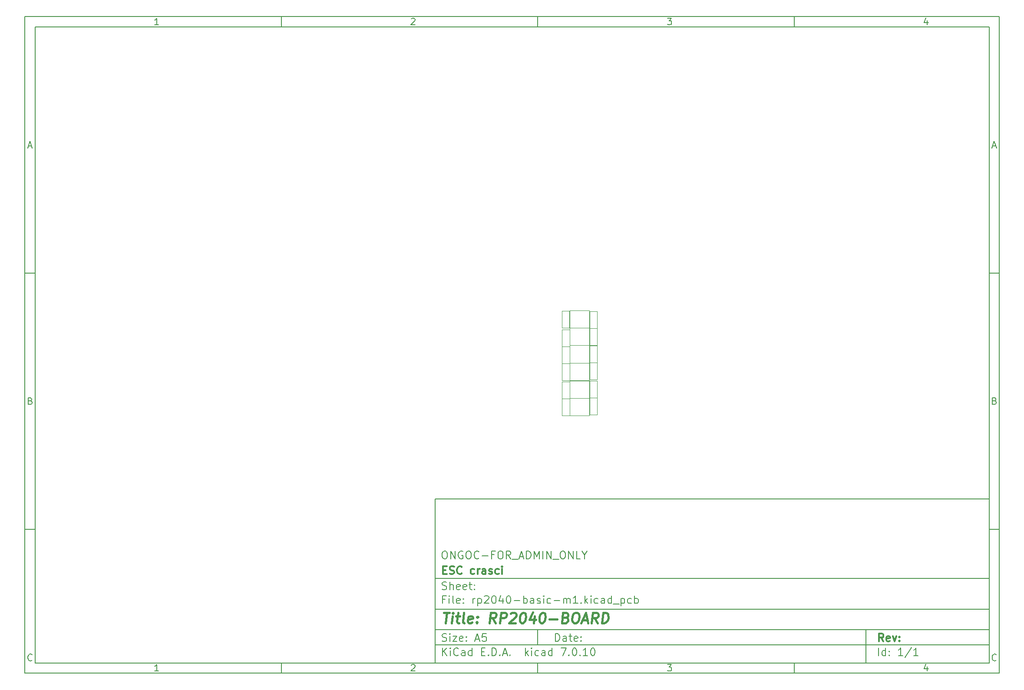
<source format=gbr>
%TF.GenerationSoftware,KiCad,Pcbnew,7.0.10*%
%TF.CreationDate,2024-01-28T16:32:01+05:30*%
%TF.ProjectId,rp2040-basic-m1,72703230-3430-42d6-9261-7369632d6d31,rev?*%
%TF.SameCoordinates,Original*%
%TF.FileFunction,Other,User*%
%FSLAX46Y46*%
G04 Gerber Fmt 4.6, Leading zero omitted, Abs format (unit mm)*
G04 Created by KiCad (PCBNEW 7.0.10) date 2024-01-28 16:32:01*
%MOMM*%
%LPD*%
G01*
G04 APERTURE LIST*
%ADD10C,0.100000*%
%ADD11C,0.150000*%
%ADD12C,0.300000*%
%ADD13C,0.400000*%
%ADD14C,0.050000*%
G04 APERTURE END LIST*
D10*
D11*
X90007200Y-104005800D02*
X198007200Y-104005800D01*
X198007200Y-136005800D01*
X90007200Y-136005800D01*
X90007200Y-104005800D01*
D10*
D11*
X10000000Y-10000000D02*
X200007200Y-10000000D01*
X200007200Y-138005800D01*
X10000000Y-138005800D01*
X10000000Y-10000000D01*
D10*
D11*
X12000000Y-12000000D02*
X198007200Y-12000000D01*
X198007200Y-136005800D01*
X12000000Y-136005800D01*
X12000000Y-12000000D01*
D10*
D11*
X60000000Y-12000000D02*
X60000000Y-10000000D01*
D10*
D11*
X110000000Y-12000000D02*
X110000000Y-10000000D01*
D10*
D11*
X160000000Y-12000000D02*
X160000000Y-10000000D01*
D10*
D11*
X36089160Y-11593604D02*
X35346303Y-11593604D01*
X35717731Y-11593604D02*
X35717731Y-10293604D01*
X35717731Y-10293604D02*
X35593922Y-10479319D01*
X35593922Y-10479319D02*
X35470112Y-10603128D01*
X35470112Y-10603128D02*
X35346303Y-10665033D01*
D10*
D11*
X85346303Y-10417414D02*
X85408207Y-10355509D01*
X85408207Y-10355509D02*
X85532017Y-10293604D01*
X85532017Y-10293604D02*
X85841541Y-10293604D01*
X85841541Y-10293604D02*
X85965350Y-10355509D01*
X85965350Y-10355509D02*
X86027255Y-10417414D01*
X86027255Y-10417414D02*
X86089160Y-10541223D01*
X86089160Y-10541223D02*
X86089160Y-10665033D01*
X86089160Y-10665033D02*
X86027255Y-10850747D01*
X86027255Y-10850747D02*
X85284398Y-11593604D01*
X85284398Y-11593604D02*
X86089160Y-11593604D01*
D10*
D11*
X135284398Y-10293604D02*
X136089160Y-10293604D01*
X136089160Y-10293604D02*
X135655826Y-10788842D01*
X135655826Y-10788842D02*
X135841541Y-10788842D01*
X135841541Y-10788842D02*
X135965350Y-10850747D01*
X135965350Y-10850747D02*
X136027255Y-10912652D01*
X136027255Y-10912652D02*
X136089160Y-11036461D01*
X136089160Y-11036461D02*
X136089160Y-11345985D01*
X136089160Y-11345985D02*
X136027255Y-11469795D01*
X136027255Y-11469795D02*
X135965350Y-11531700D01*
X135965350Y-11531700D02*
X135841541Y-11593604D01*
X135841541Y-11593604D02*
X135470112Y-11593604D01*
X135470112Y-11593604D02*
X135346303Y-11531700D01*
X135346303Y-11531700D02*
X135284398Y-11469795D01*
D10*
D11*
X185965350Y-10726938D02*
X185965350Y-11593604D01*
X185655826Y-10231700D02*
X185346303Y-11160271D01*
X185346303Y-11160271D02*
X186151064Y-11160271D01*
D10*
D11*
X60000000Y-136005800D02*
X60000000Y-138005800D01*
D10*
D11*
X110000000Y-136005800D02*
X110000000Y-138005800D01*
D10*
D11*
X160000000Y-136005800D02*
X160000000Y-138005800D01*
D10*
D11*
X36089160Y-137599404D02*
X35346303Y-137599404D01*
X35717731Y-137599404D02*
X35717731Y-136299404D01*
X35717731Y-136299404D02*
X35593922Y-136485119D01*
X35593922Y-136485119D02*
X35470112Y-136608928D01*
X35470112Y-136608928D02*
X35346303Y-136670833D01*
D10*
D11*
X85346303Y-136423214D02*
X85408207Y-136361309D01*
X85408207Y-136361309D02*
X85532017Y-136299404D01*
X85532017Y-136299404D02*
X85841541Y-136299404D01*
X85841541Y-136299404D02*
X85965350Y-136361309D01*
X85965350Y-136361309D02*
X86027255Y-136423214D01*
X86027255Y-136423214D02*
X86089160Y-136547023D01*
X86089160Y-136547023D02*
X86089160Y-136670833D01*
X86089160Y-136670833D02*
X86027255Y-136856547D01*
X86027255Y-136856547D02*
X85284398Y-137599404D01*
X85284398Y-137599404D02*
X86089160Y-137599404D01*
D10*
D11*
X135284398Y-136299404D02*
X136089160Y-136299404D01*
X136089160Y-136299404D02*
X135655826Y-136794642D01*
X135655826Y-136794642D02*
X135841541Y-136794642D01*
X135841541Y-136794642D02*
X135965350Y-136856547D01*
X135965350Y-136856547D02*
X136027255Y-136918452D01*
X136027255Y-136918452D02*
X136089160Y-137042261D01*
X136089160Y-137042261D02*
X136089160Y-137351785D01*
X136089160Y-137351785D02*
X136027255Y-137475595D01*
X136027255Y-137475595D02*
X135965350Y-137537500D01*
X135965350Y-137537500D02*
X135841541Y-137599404D01*
X135841541Y-137599404D02*
X135470112Y-137599404D01*
X135470112Y-137599404D02*
X135346303Y-137537500D01*
X135346303Y-137537500D02*
X135284398Y-137475595D01*
D10*
D11*
X185965350Y-136732738D02*
X185965350Y-137599404D01*
X185655826Y-136237500D02*
X185346303Y-137166071D01*
X185346303Y-137166071D02*
X186151064Y-137166071D01*
D10*
D11*
X10000000Y-60000000D02*
X12000000Y-60000000D01*
D10*
D11*
X10000000Y-110000000D02*
X12000000Y-110000000D01*
D10*
D11*
X10690476Y-35222176D02*
X11309523Y-35222176D01*
X10566666Y-35593604D02*
X10999999Y-34293604D01*
X10999999Y-34293604D02*
X11433333Y-35593604D01*
D10*
D11*
X11092857Y-84912652D02*
X11278571Y-84974557D01*
X11278571Y-84974557D02*
X11340476Y-85036461D01*
X11340476Y-85036461D02*
X11402380Y-85160271D01*
X11402380Y-85160271D02*
X11402380Y-85345985D01*
X11402380Y-85345985D02*
X11340476Y-85469795D01*
X11340476Y-85469795D02*
X11278571Y-85531700D01*
X11278571Y-85531700D02*
X11154761Y-85593604D01*
X11154761Y-85593604D02*
X10659523Y-85593604D01*
X10659523Y-85593604D02*
X10659523Y-84293604D01*
X10659523Y-84293604D02*
X11092857Y-84293604D01*
X11092857Y-84293604D02*
X11216666Y-84355509D01*
X11216666Y-84355509D02*
X11278571Y-84417414D01*
X11278571Y-84417414D02*
X11340476Y-84541223D01*
X11340476Y-84541223D02*
X11340476Y-84665033D01*
X11340476Y-84665033D02*
X11278571Y-84788842D01*
X11278571Y-84788842D02*
X11216666Y-84850747D01*
X11216666Y-84850747D02*
X11092857Y-84912652D01*
X11092857Y-84912652D02*
X10659523Y-84912652D01*
D10*
D11*
X11402380Y-135469795D02*
X11340476Y-135531700D01*
X11340476Y-135531700D02*
X11154761Y-135593604D01*
X11154761Y-135593604D02*
X11030952Y-135593604D01*
X11030952Y-135593604D02*
X10845238Y-135531700D01*
X10845238Y-135531700D02*
X10721428Y-135407890D01*
X10721428Y-135407890D02*
X10659523Y-135284080D01*
X10659523Y-135284080D02*
X10597619Y-135036461D01*
X10597619Y-135036461D02*
X10597619Y-134850747D01*
X10597619Y-134850747D02*
X10659523Y-134603128D01*
X10659523Y-134603128D02*
X10721428Y-134479319D01*
X10721428Y-134479319D02*
X10845238Y-134355509D01*
X10845238Y-134355509D02*
X11030952Y-134293604D01*
X11030952Y-134293604D02*
X11154761Y-134293604D01*
X11154761Y-134293604D02*
X11340476Y-134355509D01*
X11340476Y-134355509D02*
X11402380Y-134417414D01*
D10*
D11*
X200007200Y-60000000D02*
X198007200Y-60000000D01*
D10*
D11*
X200007200Y-110000000D02*
X198007200Y-110000000D01*
D10*
D11*
X198697676Y-35222176D02*
X199316723Y-35222176D01*
X198573866Y-35593604D02*
X199007199Y-34293604D01*
X199007199Y-34293604D02*
X199440533Y-35593604D01*
D10*
D11*
X199100057Y-84912652D02*
X199285771Y-84974557D01*
X199285771Y-84974557D02*
X199347676Y-85036461D01*
X199347676Y-85036461D02*
X199409580Y-85160271D01*
X199409580Y-85160271D02*
X199409580Y-85345985D01*
X199409580Y-85345985D02*
X199347676Y-85469795D01*
X199347676Y-85469795D02*
X199285771Y-85531700D01*
X199285771Y-85531700D02*
X199161961Y-85593604D01*
X199161961Y-85593604D02*
X198666723Y-85593604D01*
X198666723Y-85593604D02*
X198666723Y-84293604D01*
X198666723Y-84293604D02*
X199100057Y-84293604D01*
X199100057Y-84293604D02*
X199223866Y-84355509D01*
X199223866Y-84355509D02*
X199285771Y-84417414D01*
X199285771Y-84417414D02*
X199347676Y-84541223D01*
X199347676Y-84541223D02*
X199347676Y-84665033D01*
X199347676Y-84665033D02*
X199285771Y-84788842D01*
X199285771Y-84788842D02*
X199223866Y-84850747D01*
X199223866Y-84850747D02*
X199100057Y-84912652D01*
X199100057Y-84912652D02*
X198666723Y-84912652D01*
D10*
D11*
X199409580Y-135469795D02*
X199347676Y-135531700D01*
X199347676Y-135531700D02*
X199161961Y-135593604D01*
X199161961Y-135593604D02*
X199038152Y-135593604D01*
X199038152Y-135593604D02*
X198852438Y-135531700D01*
X198852438Y-135531700D02*
X198728628Y-135407890D01*
X198728628Y-135407890D02*
X198666723Y-135284080D01*
X198666723Y-135284080D02*
X198604819Y-135036461D01*
X198604819Y-135036461D02*
X198604819Y-134850747D01*
X198604819Y-134850747D02*
X198666723Y-134603128D01*
X198666723Y-134603128D02*
X198728628Y-134479319D01*
X198728628Y-134479319D02*
X198852438Y-134355509D01*
X198852438Y-134355509D02*
X199038152Y-134293604D01*
X199038152Y-134293604D02*
X199161961Y-134293604D01*
X199161961Y-134293604D02*
X199347676Y-134355509D01*
X199347676Y-134355509D02*
X199409580Y-134417414D01*
D10*
D11*
X113463026Y-131791928D02*
X113463026Y-130291928D01*
X113463026Y-130291928D02*
X113820169Y-130291928D01*
X113820169Y-130291928D02*
X114034455Y-130363357D01*
X114034455Y-130363357D02*
X114177312Y-130506214D01*
X114177312Y-130506214D02*
X114248741Y-130649071D01*
X114248741Y-130649071D02*
X114320169Y-130934785D01*
X114320169Y-130934785D02*
X114320169Y-131149071D01*
X114320169Y-131149071D02*
X114248741Y-131434785D01*
X114248741Y-131434785D02*
X114177312Y-131577642D01*
X114177312Y-131577642D02*
X114034455Y-131720500D01*
X114034455Y-131720500D02*
X113820169Y-131791928D01*
X113820169Y-131791928D02*
X113463026Y-131791928D01*
X115605884Y-131791928D02*
X115605884Y-131006214D01*
X115605884Y-131006214D02*
X115534455Y-130863357D01*
X115534455Y-130863357D02*
X115391598Y-130791928D01*
X115391598Y-130791928D02*
X115105884Y-130791928D01*
X115105884Y-130791928D02*
X114963026Y-130863357D01*
X115605884Y-131720500D02*
X115463026Y-131791928D01*
X115463026Y-131791928D02*
X115105884Y-131791928D01*
X115105884Y-131791928D02*
X114963026Y-131720500D01*
X114963026Y-131720500D02*
X114891598Y-131577642D01*
X114891598Y-131577642D02*
X114891598Y-131434785D01*
X114891598Y-131434785D02*
X114963026Y-131291928D01*
X114963026Y-131291928D02*
X115105884Y-131220500D01*
X115105884Y-131220500D02*
X115463026Y-131220500D01*
X115463026Y-131220500D02*
X115605884Y-131149071D01*
X116105884Y-130791928D02*
X116677312Y-130791928D01*
X116320169Y-130291928D02*
X116320169Y-131577642D01*
X116320169Y-131577642D02*
X116391598Y-131720500D01*
X116391598Y-131720500D02*
X116534455Y-131791928D01*
X116534455Y-131791928D02*
X116677312Y-131791928D01*
X117748741Y-131720500D02*
X117605884Y-131791928D01*
X117605884Y-131791928D02*
X117320170Y-131791928D01*
X117320170Y-131791928D02*
X117177312Y-131720500D01*
X117177312Y-131720500D02*
X117105884Y-131577642D01*
X117105884Y-131577642D02*
X117105884Y-131006214D01*
X117105884Y-131006214D02*
X117177312Y-130863357D01*
X117177312Y-130863357D02*
X117320170Y-130791928D01*
X117320170Y-130791928D02*
X117605884Y-130791928D01*
X117605884Y-130791928D02*
X117748741Y-130863357D01*
X117748741Y-130863357D02*
X117820170Y-131006214D01*
X117820170Y-131006214D02*
X117820170Y-131149071D01*
X117820170Y-131149071D02*
X117105884Y-131291928D01*
X118463026Y-131649071D02*
X118534455Y-131720500D01*
X118534455Y-131720500D02*
X118463026Y-131791928D01*
X118463026Y-131791928D02*
X118391598Y-131720500D01*
X118391598Y-131720500D02*
X118463026Y-131649071D01*
X118463026Y-131649071D02*
X118463026Y-131791928D01*
X118463026Y-130863357D02*
X118534455Y-130934785D01*
X118534455Y-130934785D02*
X118463026Y-131006214D01*
X118463026Y-131006214D02*
X118391598Y-130934785D01*
X118391598Y-130934785D02*
X118463026Y-130863357D01*
X118463026Y-130863357D02*
X118463026Y-131006214D01*
D10*
D11*
X90007200Y-132505800D02*
X198007200Y-132505800D01*
D10*
D11*
X91463026Y-134591928D02*
X91463026Y-133091928D01*
X92320169Y-134591928D02*
X91677312Y-133734785D01*
X92320169Y-133091928D02*
X91463026Y-133949071D01*
X92963026Y-134591928D02*
X92963026Y-133591928D01*
X92963026Y-133091928D02*
X92891598Y-133163357D01*
X92891598Y-133163357D02*
X92963026Y-133234785D01*
X92963026Y-133234785D02*
X93034455Y-133163357D01*
X93034455Y-133163357D02*
X92963026Y-133091928D01*
X92963026Y-133091928D02*
X92963026Y-133234785D01*
X94534455Y-134449071D02*
X94463027Y-134520500D01*
X94463027Y-134520500D02*
X94248741Y-134591928D01*
X94248741Y-134591928D02*
X94105884Y-134591928D01*
X94105884Y-134591928D02*
X93891598Y-134520500D01*
X93891598Y-134520500D02*
X93748741Y-134377642D01*
X93748741Y-134377642D02*
X93677312Y-134234785D01*
X93677312Y-134234785D02*
X93605884Y-133949071D01*
X93605884Y-133949071D02*
X93605884Y-133734785D01*
X93605884Y-133734785D02*
X93677312Y-133449071D01*
X93677312Y-133449071D02*
X93748741Y-133306214D01*
X93748741Y-133306214D02*
X93891598Y-133163357D01*
X93891598Y-133163357D02*
X94105884Y-133091928D01*
X94105884Y-133091928D02*
X94248741Y-133091928D01*
X94248741Y-133091928D02*
X94463027Y-133163357D01*
X94463027Y-133163357D02*
X94534455Y-133234785D01*
X95820170Y-134591928D02*
X95820170Y-133806214D01*
X95820170Y-133806214D02*
X95748741Y-133663357D01*
X95748741Y-133663357D02*
X95605884Y-133591928D01*
X95605884Y-133591928D02*
X95320170Y-133591928D01*
X95320170Y-133591928D02*
X95177312Y-133663357D01*
X95820170Y-134520500D02*
X95677312Y-134591928D01*
X95677312Y-134591928D02*
X95320170Y-134591928D01*
X95320170Y-134591928D02*
X95177312Y-134520500D01*
X95177312Y-134520500D02*
X95105884Y-134377642D01*
X95105884Y-134377642D02*
X95105884Y-134234785D01*
X95105884Y-134234785D02*
X95177312Y-134091928D01*
X95177312Y-134091928D02*
X95320170Y-134020500D01*
X95320170Y-134020500D02*
X95677312Y-134020500D01*
X95677312Y-134020500D02*
X95820170Y-133949071D01*
X97177313Y-134591928D02*
X97177313Y-133091928D01*
X97177313Y-134520500D02*
X97034455Y-134591928D01*
X97034455Y-134591928D02*
X96748741Y-134591928D01*
X96748741Y-134591928D02*
X96605884Y-134520500D01*
X96605884Y-134520500D02*
X96534455Y-134449071D01*
X96534455Y-134449071D02*
X96463027Y-134306214D01*
X96463027Y-134306214D02*
X96463027Y-133877642D01*
X96463027Y-133877642D02*
X96534455Y-133734785D01*
X96534455Y-133734785D02*
X96605884Y-133663357D01*
X96605884Y-133663357D02*
X96748741Y-133591928D01*
X96748741Y-133591928D02*
X97034455Y-133591928D01*
X97034455Y-133591928D02*
X97177313Y-133663357D01*
X99034455Y-133806214D02*
X99534455Y-133806214D01*
X99748741Y-134591928D02*
X99034455Y-134591928D01*
X99034455Y-134591928D02*
X99034455Y-133091928D01*
X99034455Y-133091928D02*
X99748741Y-133091928D01*
X100391598Y-134449071D02*
X100463027Y-134520500D01*
X100463027Y-134520500D02*
X100391598Y-134591928D01*
X100391598Y-134591928D02*
X100320170Y-134520500D01*
X100320170Y-134520500D02*
X100391598Y-134449071D01*
X100391598Y-134449071D02*
X100391598Y-134591928D01*
X101105884Y-134591928D02*
X101105884Y-133091928D01*
X101105884Y-133091928D02*
X101463027Y-133091928D01*
X101463027Y-133091928D02*
X101677313Y-133163357D01*
X101677313Y-133163357D02*
X101820170Y-133306214D01*
X101820170Y-133306214D02*
X101891599Y-133449071D01*
X101891599Y-133449071D02*
X101963027Y-133734785D01*
X101963027Y-133734785D02*
X101963027Y-133949071D01*
X101963027Y-133949071D02*
X101891599Y-134234785D01*
X101891599Y-134234785D02*
X101820170Y-134377642D01*
X101820170Y-134377642D02*
X101677313Y-134520500D01*
X101677313Y-134520500D02*
X101463027Y-134591928D01*
X101463027Y-134591928D02*
X101105884Y-134591928D01*
X102605884Y-134449071D02*
X102677313Y-134520500D01*
X102677313Y-134520500D02*
X102605884Y-134591928D01*
X102605884Y-134591928D02*
X102534456Y-134520500D01*
X102534456Y-134520500D02*
X102605884Y-134449071D01*
X102605884Y-134449071D02*
X102605884Y-134591928D01*
X103248742Y-134163357D02*
X103963028Y-134163357D01*
X103105885Y-134591928D02*
X103605885Y-133091928D01*
X103605885Y-133091928D02*
X104105885Y-134591928D01*
X104605884Y-134449071D02*
X104677313Y-134520500D01*
X104677313Y-134520500D02*
X104605884Y-134591928D01*
X104605884Y-134591928D02*
X104534456Y-134520500D01*
X104534456Y-134520500D02*
X104605884Y-134449071D01*
X104605884Y-134449071D02*
X104605884Y-134591928D01*
X107605884Y-134591928D02*
X107605884Y-133091928D01*
X107748742Y-134020500D02*
X108177313Y-134591928D01*
X108177313Y-133591928D02*
X107605884Y-134163357D01*
X108820170Y-134591928D02*
X108820170Y-133591928D01*
X108820170Y-133091928D02*
X108748742Y-133163357D01*
X108748742Y-133163357D02*
X108820170Y-133234785D01*
X108820170Y-133234785D02*
X108891599Y-133163357D01*
X108891599Y-133163357D02*
X108820170Y-133091928D01*
X108820170Y-133091928D02*
X108820170Y-133234785D01*
X110177314Y-134520500D02*
X110034456Y-134591928D01*
X110034456Y-134591928D02*
X109748742Y-134591928D01*
X109748742Y-134591928D02*
X109605885Y-134520500D01*
X109605885Y-134520500D02*
X109534456Y-134449071D01*
X109534456Y-134449071D02*
X109463028Y-134306214D01*
X109463028Y-134306214D02*
X109463028Y-133877642D01*
X109463028Y-133877642D02*
X109534456Y-133734785D01*
X109534456Y-133734785D02*
X109605885Y-133663357D01*
X109605885Y-133663357D02*
X109748742Y-133591928D01*
X109748742Y-133591928D02*
X110034456Y-133591928D01*
X110034456Y-133591928D02*
X110177314Y-133663357D01*
X111463028Y-134591928D02*
X111463028Y-133806214D01*
X111463028Y-133806214D02*
X111391599Y-133663357D01*
X111391599Y-133663357D02*
X111248742Y-133591928D01*
X111248742Y-133591928D02*
X110963028Y-133591928D01*
X110963028Y-133591928D02*
X110820170Y-133663357D01*
X111463028Y-134520500D02*
X111320170Y-134591928D01*
X111320170Y-134591928D02*
X110963028Y-134591928D01*
X110963028Y-134591928D02*
X110820170Y-134520500D01*
X110820170Y-134520500D02*
X110748742Y-134377642D01*
X110748742Y-134377642D02*
X110748742Y-134234785D01*
X110748742Y-134234785D02*
X110820170Y-134091928D01*
X110820170Y-134091928D02*
X110963028Y-134020500D01*
X110963028Y-134020500D02*
X111320170Y-134020500D01*
X111320170Y-134020500D02*
X111463028Y-133949071D01*
X112820171Y-134591928D02*
X112820171Y-133091928D01*
X112820171Y-134520500D02*
X112677313Y-134591928D01*
X112677313Y-134591928D02*
X112391599Y-134591928D01*
X112391599Y-134591928D02*
X112248742Y-134520500D01*
X112248742Y-134520500D02*
X112177313Y-134449071D01*
X112177313Y-134449071D02*
X112105885Y-134306214D01*
X112105885Y-134306214D02*
X112105885Y-133877642D01*
X112105885Y-133877642D02*
X112177313Y-133734785D01*
X112177313Y-133734785D02*
X112248742Y-133663357D01*
X112248742Y-133663357D02*
X112391599Y-133591928D01*
X112391599Y-133591928D02*
X112677313Y-133591928D01*
X112677313Y-133591928D02*
X112820171Y-133663357D01*
X114534456Y-133091928D02*
X115534456Y-133091928D01*
X115534456Y-133091928D02*
X114891599Y-134591928D01*
X116105884Y-134449071D02*
X116177313Y-134520500D01*
X116177313Y-134520500D02*
X116105884Y-134591928D01*
X116105884Y-134591928D02*
X116034456Y-134520500D01*
X116034456Y-134520500D02*
X116105884Y-134449071D01*
X116105884Y-134449071D02*
X116105884Y-134591928D01*
X117105885Y-133091928D02*
X117248742Y-133091928D01*
X117248742Y-133091928D02*
X117391599Y-133163357D01*
X117391599Y-133163357D02*
X117463028Y-133234785D01*
X117463028Y-133234785D02*
X117534456Y-133377642D01*
X117534456Y-133377642D02*
X117605885Y-133663357D01*
X117605885Y-133663357D02*
X117605885Y-134020500D01*
X117605885Y-134020500D02*
X117534456Y-134306214D01*
X117534456Y-134306214D02*
X117463028Y-134449071D01*
X117463028Y-134449071D02*
X117391599Y-134520500D01*
X117391599Y-134520500D02*
X117248742Y-134591928D01*
X117248742Y-134591928D02*
X117105885Y-134591928D01*
X117105885Y-134591928D02*
X116963028Y-134520500D01*
X116963028Y-134520500D02*
X116891599Y-134449071D01*
X116891599Y-134449071D02*
X116820170Y-134306214D01*
X116820170Y-134306214D02*
X116748742Y-134020500D01*
X116748742Y-134020500D02*
X116748742Y-133663357D01*
X116748742Y-133663357D02*
X116820170Y-133377642D01*
X116820170Y-133377642D02*
X116891599Y-133234785D01*
X116891599Y-133234785D02*
X116963028Y-133163357D01*
X116963028Y-133163357D02*
X117105885Y-133091928D01*
X118248741Y-134449071D02*
X118320170Y-134520500D01*
X118320170Y-134520500D02*
X118248741Y-134591928D01*
X118248741Y-134591928D02*
X118177313Y-134520500D01*
X118177313Y-134520500D02*
X118248741Y-134449071D01*
X118248741Y-134449071D02*
X118248741Y-134591928D01*
X119748742Y-134591928D02*
X118891599Y-134591928D01*
X119320170Y-134591928D02*
X119320170Y-133091928D01*
X119320170Y-133091928D02*
X119177313Y-133306214D01*
X119177313Y-133306214D02*
X119034456Y-133449071D01*
X119034456Y-133449071D02*
X118891599Y-133520500D01*
X120677313Y-133091928D02*
X120820170Y-133091928D01*
X120820170Y-133091928D02*
X120963027Y-133163357D01*
X120963027Y-133163357D02*
X121034456Y-133234785D01*
X121034456Y-133234785D02*
X121105884Y-133377642D01*
X121105884Y-133377642D02*
X121177313Y-133663357D01*
X121177313Y-133663357D02*
X121177313Y-134020500D01*
X121177313Y-134020500D02*
X121105884Y-134306214D01*
X121105884Y-134306214D02*
X121034456Y-134449071D01*
X121034456Y-134449071D02*
X120963027Y-134520500D01*
X120963027Y-134520500D02*
X120820170Y-134591928D01*
X120820170Y-134591928D02*
X120677313Y-134591928D01*
X120677313Y-134591928D02*
X120534456Y-134520500D01*
X120534456Y-134520500D02*
X120463027Y-134449071D01*
X120463027Y-134449071D02*
X120391598Y-134306214D01*
X120391598Y-134306214D02*
X120320170Y-134020500D01*
X120320170Y-134020500D02*
X120320170Y-133663357D01*
X120320170Y-133663357D02*
X120391598Y-133377642D01*
X120391598Y-133377642D02*
X120463027Y-133234785D01*
X120463027Y-133234785D02*
X120534456Y-133163357D01*
X120534456Y-133163357D02*
X120677313Y-133091928D01*
D10*
D11*
X90007200Y-129505800D02*
X198007200Y-129505800D01*
D10*
D12*
X177418853Y-131784128D02*
X176918853Y-131069842D01*
X176561710Y-131784128D02*
X176561710Y-130284128D01*
X176561710Y-130284128D02*
X177133139Y-130284128D01*
X177133139Y-130284128D02*
X177275996Y-130355557D01*
X177275996Y-130355557D02*
X177347425Y-130426985D01*
X177347425Y-130426985D02*
X177418853Y-130569842D01*
X177418853Y-130569842D02*
X177418853Y-130784128D01*
X177418853Y-130784128D02*
X177347425Y-130926985D01*
X177347425Y-130926985D02*
X177275996Y-130998414D01*
X177275996Y-130998414D02*
X177133139Y-131069842D01*
X177133139Y-131069842D02*
X176561710Y-131069842D01*
X178633139Y-131712700D02*
X178490282Y-131784128D01*
X178490282Y-131784128D02*
X178204568Y-131784128D01*
X178204568Y-131784128D02*
X178061710Y-131712700D01*
X178061710Y-131712700D02*
X177990282Y-131569842D01*
X177990282Y-131569842D02*
X177990282Y-130998414D01*
X177990282Y-130998414D02*
X178061710Y-130855557D01*
X178061710Y-130855557D02*
X178204568Y-130784128D01*
X178204568Y-130784128D02*
X178490282Y-130784128D01*
X178490282Y-130784128D02*
X178633139Y-130855557D01*
X178633139Y-130855557D02*
X178704568Y-130998414D01*
X178704568Y-130998414D02*
X178704568Y-131141271D01*
X178704568Y-131141271D02*
X177990282Y-131284128D01*
X179204567Y-130784128D02*
X179561710Y-131784128D01*
X179561710Y-131784128D02*
X179918853Y-130784128D01*
X180490281Y-131641271D02*
X180561710Y-131712700D01*
X180561710Y-131712700D02*
X180490281Y-131784128D01*
X180490281Y-131784128D02*
X180418853Y-131712700D01*
X180418853Y-131712700D02*
X180490281Y-131641271D01*
X180490281Y-131641271D02*
X180490281Y-131784128D01*
X180490281Y-130855557D02*
X180561710Y-130926985D01*
X180561710Y-130926985D02*
X180490281Y-130998414D01*
X180490281Y-130998414D02*
X180418853Y-130926985D01*
X180418853Y-130926985D02*
X180490281Y-130855557D01*
X180490281Y-130855557D02*
X180490281Y-130998414D01*
D10*
D11*
X91391598Y-131720500D02*
X91605884Y-131791928D01*
X91605884Y-131791928D02*
X91963026Y-131791928D01*
X91963026Y-131791928D02*
X92105884Y-131720500D01*
X92105884Y-131720500D02*
X92177312Y-131649071D01*
X92177312Y-131649071D02*
X92248741Y-131506214D01*
X92248741Y-131506214D02*
X92248741Y-131363357D01*
X92248741Y-131363357D02*
X92177312Y-131220500D01*
X92177312Y-131220500D02*
X92105884Y-131149071D01*
X92105884Y-131149071D02*
X91963026Y-131077642D01*
X91963026Y-131077642D02*
X91677312Y-131006214D01*
X91677312Y-131006214D02*
X91534455Y-130934785D01*
X91534455Y-130934785D02*
X91463026Y-130863357D01*
X91463026Y-130863357D02*
X91391598Y-130720500D01*
X91391598Y-130720500D02*
X91391598Y-130577642D01*
X91391598Y-130577642D02*
X91463026Y-130434785D01*
X91463026Y-130434785D02*
X91534455Y-130363357D01*
X91534455Y-130363357D02*
X91677312Y-130291928D01*
X91677312Y-130291928D02*
X92034455Y-130291928D01*
X92034455Y-130291928D02*
X92248741Y-130363357D01*
X92891597Y-131791928D02*
X92891597Y-130791928D01*
X92891597Y-130291928D02*
X92820169Y-130363357D01*
X92820169Y-130363357D02*
X92891597Y-130434785D01*
X92891597Y-130434785D02*
X92963026Y-130363357D01*
X92963026Y-130363357D02*
X92891597Y-130291928D01*
X92891597Y-130291928D02*
X92891597Y-130434785D01*
X93463026Y-130791928D02*
X94248741Y-130791928D01*
X94248741Y-130791928D02*
X93463026Y-131791928D01*
X93463026Y-131791928D02*
X94248741Y-131791928D01*
X95391598Y-131720500D02*
X95248741Y-131791928D01*
X95248741Y-131791928D02*
X94963027Y-131791928D01*
X94963027Y-131791928D02*
X94820169Y-131720500D01*
X94820169Y-131720500D02*
X94748741Y-131577642D01*
X94748741Y-131577642D02*
X94748741Y-131006214D01*
X94748741Y-131006214D02*
X94820169Y-130863357D01*
X94820169Y-130863357D02*
X94963027Y-130791928D01*
X94963027Y-130791928D02*
X95248741Y-130791928D01*
X95248741Y-130791928D02*
X95391598Y-130863357D01*
X95391598Y-130863357D02*
X95463027Y-131006214D01*
X95463027Y-131006214D02*
X95463027Y-131149071D01*
X95463027Y-131149071D02*
X94748741Y-131291928D01*
X96105883Y-131649071D02*
X96177312Y-131720500D01*
X96177312Y-131720500D02*
X96105883Y-131791928D01*
X96105883Y-131791928D02*
X96034455Y-131720500D01*
X96034455Y-131720500D02*
X96105883Y-131649071D01*
X96105883Y-131649071D02*
X96105883Y-131791928D01*
X96105883Y-130863357D02*
X96177312Y-130934785D01*
X96177312Y-130934785D02*
X96105883Y-131006214D01*
X96105883Y-131006214D02*
X96034455Y-130934785D01*
X96034455Y-130934785D02*
X96105883Y-130863357D01*
X96105883Y-130863357D02*
X96105883Y-131006214D01*
X97891598Y-131363357D02*
X98605884Y-131363357D01*
X97748741Y-131791928D02*
X98248741Y-130291928D01*
X98248741Y-130291928D02*
X98748741Y-131791928D01*
X99963026Y-130291928D02*
X99248740Y-130291928D01*
X99248740Y-130291928D02*
X99177312Y-131006214D01*
X99177312Y-131006214D02*
X99248740Y-130934785D01*
X99248740Y-130934785D02*
X99391598Y-130863357D01*
X99391598Y-130863357D02*
X99748740Y-130863357D01*
X99748740Y-130863357D02*
X99891598Y-130934785D01*
X99891598Y-130934785D02*
X99963026Y-131006214D01*
X99963026Y-131006214D02*
X100034455Y-131149071D01*
X100034455Y-131149071D02*
X100034455Y-131506214D01*
X100034455Y-131506214D02*
X99963026Y-131649071D01*
X99963026Y-131649071D02*
X99891598Y-131720500D01*
X99891598Y-131720500D02*
X99748740Y-131791928D01*
X99748740Y-131791928D02*
X99391598Y-131791928D01*
X99391598Y-131791928D02*
X99248740Y-131720500D01*
X99248740Y-131720500D02*
X99177312Y-131649071D01*
D10*
D11*
X176463026Y-134591928D02*
X176463026Y-133091928D01*
X177820170Y-134591928D02*
X177820170Y-133091928D01*
X177820170Y-134520500D02*
X177677312Y-134591928D01*
X177677312Y-134591928D02*
X177391598Y-134591928D01*
X177391598Y-134591928D02*
X177248741Y-134520500D01*
X177248741Y-134520500D02*
X177177312Y-134449071D01*
X177177312Y-134449071D02*
X177105884Y-134306214D01*
X177105884Y-134306214D02*
X177105884Y-133877642D01*
X177105884Y-133877642D02*
X177177312Y-133734785D01*
X177177312Y-133734785D02*
X177248741Y-133663357D01*
X177248741Y-133663357D02*
X177391598Y-133591928D01*
X177391598Y-133591928D02*
X177677312Y-133591928D01*
X177677312Y-133591928D02*
X177820170Y-133663357D01*
X178534455Y-134449071D02*
X178605884Y-134520500D01*
X178605884Y-134520500D02*
X178534455Y-134591928D01*
X178534455Y-134591928D02*
X178463027Y-134520500D01*
X178463027Y-134520500D02*
X178534455Y-134449071D01*
X178534455Y-134449071D02*
X178534455Y-134591928D01*
X178534455Y-133663357D02*
X178605884Y-133734785D01*
X178605884Y-133734785D02*
X178534455Y-133806214D01*
X178534455Y-133806214D02*
X178463027Y-133734785D01*
X178463027Y-133734785D02*
X178534455Y-133663357D01*
X178534455Y-133663357D02*
X178534455Y-133806214D01*
X181177313Y-134591928D02*
X180320170Y-134591928D01*
X180748741Y-134591928D02*
X180748741Y-133091928D01*
X180748741Y-133091928D02*
X180605884Y-133306214D01*
X180605884Y-133306214D02*
X180463027Y-133449071D01*
X180463027Y-133449071D02*
X180320170Y-133520500D01*
X182891598Y-133020500D02*
X181605884Y-134949071D01*
X184177313Y-134591928D02*
X183320170Y-134591928D01*
X183748741Y-134591928D02*
X183748741Y-133091928D01*
X183748741Y-133091928D02*
X183605884Y-133306214D01*
X183605884Y-133306214D02*
X183463027Y-133449071D01*
X183463027Y-133449071D02*
X183320170Y-133520500D01*
D10*
D11*
X90007200Y-125505800D02*
X198007200Y-125505800D01*
D10*
D13*
X91698928Y-126210238D02*
X92841785Y-126210238D01*
X92020357Y-128210238D02*
X92270357Y-126210238D01*
X93258452Y-128210238D02*
X93425119Y-126876904D01*
X93508452Y-126210238D02*
X93401309Y-126305476D01*
X93401309Y-126305476D02*
X93484643Y-126400714D01*
X93484643Y-126400714D02*
X93591786Y-126305476D01*
X93591786Y-126305476D02*
X93508452Y-126210238D01*
X93508452Y-126210238D02*
X93484643Y-126400714D01*
X94091786Y-126876904D02*
X94853690Y-126876904D01*
X94460833Y-126210238D02*
X94246548Y-127924523D01*
X94246548Y-127924523D02*
X94317976Y-128115000D01*
X94317976Y-128115000D02*
X94496548Y-128210238D01*
X94496548Y-128210238D02*
X94687024Y-128210238D01*
X95639405Y-128210238D02*
X95460833Y-128115000D01*
X95460833Y-128115000D02*
X95389405Y-127924523D01*
X95389405Y-127924523D02*
X95603690Y-126210238D01*
X97175119Y-128115000D02*
X96972738Y-128210238D01*
X96972738Y-128210238D02*
X96591785Y-128210238D01*
X96591785Y-128210238D02*
X96413214Y-128115000D01*
X96413214Y-128115000D02*
X96341785Y-127924523D01*
X96341785Y-127924523D02*
X96437024Y-127162619D01*
X96437024Y-127162619D02*
X96556071Y-126972142D01*
X96556071Y-126972142D02*
X96758452Y-126876904D01*
X96758452Y-126876904D02*
X97139404Y-126876904D01*
X97139404Y-126876904D02*
X97317976Y-126972142D01*
X97317976Y-126972142D02*
X97389404Y-127162619D01*
X97389404Y-127162619D02*
X97365595Y-127353095D01*
X97365595Y-127353095D02*
X96389404Y-127543571D01*
X98139405Y-128019761D02*
X98222738Y-128115000D01*
X98222738Y-128115000D02*
X98115595Y-128210238D01*
X98115595Y-128210238D02*
X98032262Y-128115000D01*
X98032262Y-128115000D02*
X98139405Y-128019761D01*
X98139405Y-128019761D02*
X98115595Y-128210238D01*
X98270357Y-126972142D02*
X98353690Y-127067380D01*
X98353690Y-127067380D02*
X98246548Y-127162619D01*
X98246548Y-127162619D02*
X98163214Y-127067380D01*
X98163214Y-127067380D02*
X98270357Y-126972142D01*
X98270357Y-126972142D02*
X98246548Y-127162619D01*
X101734643Y-128210238D02*
X101187024Y-127257857D01*
X100591786Y-128210238D02*
X100841786Y-126210238D01*
X100841786Y-126210238D02*
X101603691Y-126210238D01*
X101603691Y-126210238D02*
X101782262Y-126305476D01*
X101782262Y-126305476D02*
X101865596Y-126400714D01*
X101865596Y-126400714D02*
X101937024Y-126591190D01*
X101937024Y-126591190D02*
X101901310Y-126876904D01*
X101901310Y-126876904D02*
X101782262Y-127067380D01*
X101782262Y-127067380D02*
X101675120Y-127162619D01*
X101675120Y-127162619D02*
X101472739Y-127257857D01*
X101472739Y-127257857D02*
X100710834Y-127257857D01*
X102591786Y-128210238D02*
X102841786Y-126210238D01*
X102841786Y-126210238D02*
X103603691Y-126210238D01*
X103603691Y-126210238D02*
X103782262Y-126305476D01*
X103782262Y-126305476D02*
X103865596Y-126400714D01*
X103865596Y-126400714D02*
X103937024Y-126591190D01*
X103937024Y-126591190D02*
X103901310Y-126876904D01*
X103901310Y-126876904D02*
X103782262Y-127067380D01*
X103782262Y-127067380D02*
X103675120Y-127162619D01*
X103675120Y-127162619D02*
X103472739Y-127257857D01*
X103472739Y-127257857D02*
X102710834Y-127257857D01*
X104722739Y-126400714D02*
X104829881Y-126305476D01*
X104829881Y-126305476D02*
X105032262Y-126210238D01*
X105032262Y-126210238D02*
X105508453Y-126210238D01*
X105508453Y-126210238D02*
X105687024Y-126305476D01*
X105687024Y-126305476D02*
X105770358Y-126400714D01*
X105770358Y-126400714D02*
X105841786Y-126591190D01*
X105841786Y-126591190D02*
X105817977Y-126781666D01*
X105817977Y-126781666D02*
X105687024Y-127067380D01*
X105687024Y-127067380D02*
X104401310Y-128210238D01*
X104401310Y-128210238D02*
X105639405Y-128210238D01*
X107127501Y-126210238D02*
X107317977Y-126210238D01*
X107317977Y-126210238D02*
X107496548Y-126305476D01*
X107496548Y-126305476D02*
X107579882Y-126400714D01*
X107579882Y-126400714D02*
X107651310Y-126591190D01*
X107651310Y-126591190D02*
X107698929Y-126972142D01*
X107698929Y-126972142D02*
X107639405Y-127448333D01*
X107639405Y-127448333D02*
X107496548Y-127829285D01*
X107496548Y-127829285D02*
X107377501Y-128019761D01*
X107377501Y-128019761D02*
X107270358Y-128115000D01*
X107270358Y-128115000D02*
X107067977Y-128210238D01*
X107067977Y-128210238D02*
X106877501Y-128210238D01*
X106877501Y-128210238D02*
X106698929Y-128115000D01*
X106698929Y-128115000D02*
X106615596Y-128019761D01*
X106615596Y-128019761D02*
X106544167Y-127829285D01*
X106544167Y-127829285D02*
X106496548Y-127448333D01*
X106496548Y-127448333D02*
X106556072Y-126972142D01*
X106556072Y-126972142D02*
X106698929Y-126591190D01*
X106698929Y-126591190D02*
X106817977Y-126400714D01*
X106817977Y-126400714D02*
X106925120Y-126305476D01*
X106925120Y-126305476D02*
X107127501Y-126210238D01*
X109425120Y-126876904D02*
X109258453Y-128210238D01*
X109044167Y-126115000D02*
X108389405Y-127543571D01*
X108389405Y-127543571D02*
X109627501Y-127543571D01*
X110937025Y-126210238D02*
X111127501Y-126210238D01*
X111127501Y-126210238D02*
X111306072Y-126305476D01*
X111306072Y-126305476D02*
X111389406Y-126400714D01*
X111389406Y-126400714D02*
X111460834Y-126591190D01*
X111460834Y-126591190D02*
X111508453Y-126972142D01*
X111508453Y-126972142D02*
X111448929Y-127448333D01*
X111448929Y-127448333D02*
X111306072Y-127829285D01*
X111306072Y-127829285D02*
X111187025Y-128019761D01*
X111187025Y-128019761D02*
X111079882Y-128115000D01*
X111079882Y-128115000D02*
X110877501Y-128210238D01*
X110877501Y-128210238D02*
X110687025Y-128210238D01*
X110687025Y-128210238D02*
X110508453Y-128115000D01*
X110508453Y-128115000D02*
X110425120Y-128019761D01*
X110425120Y-128019761D02*
X110353691Y-127829285D01*
X110353691Y-127829285D02*
X110306072Y-127448333D01*
X110306072Y-127448333D02*
X110365596Y-126972142D01*
X110365596Y-126972142D02*
X110508453Y-126591190D01*
X110508453Y-126591190D02*
X110627501Y-126400714D01*
X110627501Y-126400714D02*
X110734644Y-126305476D01*
X110734644Y-126305476D02*
X110937025Y-126210238D01*
X112306072Y-127448333D02*
X113829882Y-127448333D01*
X115484643Y-127162619D02*
X115758453Y-127257857D01*
X115758453Y-127257857D02*
X115841786Y-127353095D01*
X115841786Y-127353095D02*
X115913215Y-127543571D01*
X115913215Y-127543571D02*
X115877500Y-127829285D01*
X115877500Y-127829285D02*
X115758453Y-128019761D01*
X115758453Y-128019761D02*
X115651310Y-128115000D01*
X115651310Y-128115000D02*
X115448929Y-128210238D01*
X115448929Y-128210238D02*
X114687024Y-128210238D01*
X114687024Y-128210238D02*
X114937024Y-126210238D01*
X114937024Y-126210238D02*
X115603691Y-126210238D01*
X115603691Y-126210238D02*
X115782262Y-126305476D01*
X115782262Y-126305476D02*
X115865596Y-126400714D01*
X115865596Y-126400714D02*
X115937024Y-126591190D01*
X115937024Y-126591190D02*
X115913215Y-126781666D01*
X115913215Y-126781666D02*
X115794167Y-126972142D01*
X115794167Y-126972142D02*
X115687024Y-127067380D01*
X115687024Y-127067380D02*
X115484643Y-127162619D01*
X115484643Y-127162619D02*
X114817977Y-127162619D01*
X117317977Y-126210238D02*
X117698929Y-126210238D01*
X117698929Y-126210238D02*
X117877500Y-126305476D01*
X117877500Y-126305476D02*
X118044167Y-126495952D01*
X118044167Y-126495952D02*
X118091786Y-126876904D01*
X118091786Y-126876904D02*
X118008453Y-127543571D01*
X118008453Y-127543571D02*
X117865596Y-127924523D01*
X117865596Y-127924523D02*
X117651310Y-128115000D01*
X117651310Y-128115000D02*
X117448929Y-128210238D01*
X117448929Y-128210238D02*
X117067977Y-128210238D01*
X117067977Y-128210238D02*
X116889405Y-128115000D01*
X116889405Y-128115000D02*
X116722739Y-127924523D01*
X116722739Y-127924523D02*
X116675119Y-127543571D01*
X116675119Y-127543571D02*
X116758453Y-126876904D01*
X116758453Y-126876904D02*
X116901310Y-126495952D01*
X116901310Y-126495952D02*
X117115596Y-126305476D01*
X117115596Y-126305476D02*
X117317977Y-126210238D01*
X118758453Y-127638809D02*
X119710834Y-127638809D01*
X118496548Y-128210238D02*
X119413215Y-126210238D01*
X119413215Y-126210238D02*
X119829881Y-128210238D01*
X121639405Y-128210238D02*
X121091786Y-127257857D01*
X120496548Y-128210238D02*
X120746548Y-126210238D01*
X120746548Y-126210238D02*
X121508453Y-126210238D01*
X121508453Y-126210238D02*
X121687024Y-126305476D01*
X121687024Y-126305476D02*
X121770358Y-126400714D01*
X121770358Y-126400714D02*
X121841786Y-126591190D01*
X121841786Y-126591190D02*
X121806072Y-126876904D01*
X121806072Y-126876904D02*
X121687024Y-127067380D01*
X121687024Y-127067380D02*
X121579882Y-127162619D01*
X121579882Y-127162619D02*
X121377501Y-127257857D01*
X121377501Y-127257857D02*
X120615596Y-127257857D01*
X122496548Y-128210238D02*
X122746548Y-126210238D01*
X122746548Y-126210238D02*
X123222739Y-126210238D01*
X123222739Y-126210238D02*
X123496548Y-126305476D01*
X123496548Y-126305476D02*
X123663215Y-126495952D01*
X123663215Y-126495952D02*
X123734643Y-126686428D01*
X123734643Y-126686428D02*
X123782263Y-127067380D01*
X123782263Y-127067380D02*
X123746548Y-127353095D01*
X123746548Y-127353095D02*
X123603691Y-127734047D01*
X123603691Y-127734047D02*
X123484643Y-127924523D01*
X123484643Y-127924523D02*
X123270358Y-128115000D01*
X123270358Y-128115000D02*
X122972739Y-128210238D01*
X122972739Y-128210238D02*
X122496548Y-128210238D01*
D10*
D11*
X91963026Y-123606214D02*
X91463026Y-123606214D01*
X91463026Y-124391928D02*
X91463026Y-122891928D01*
X91463026Y-122891928D02*
X92177312Y-122891928D01*
X92748740Y-124391928D02*
X92748740Y-123391928D01*
X92748740Y-122891928D02*
X92677312Y-122963357D01*
X92677312Y-122963357D02*
X92748740Y-123034785D01*
X92748740Y-123034785D02*
X92820169Y-122963357D01*
X92820169Y-122963357D02*
X92748740Y-122891928D01*
X92748740Y-122891928D02*
X92748740Y-123034785D01*
X93677312Y-124391928D02*
X93534455Y-124320500D01*
X93534455Y-124320500D02*
X93463026Y-124177642D01*
X93463026Y-124177642D02*
X93463026Y-122891928D01*
X94820169Y-124320500D02*
X94677312Y-124391928D01*
X94677312Y-124391928D02*
X94391598Y-124391928D01*
X94391598Y-124391928D02*
X94248740Y-124320500D01*
X94248740Y-124320500D02*
X94177312Y-124177642D01*
X94177312Y-124177642D02*
X94177312Y-123606214D01*
X94177312Y-123606214D02*
X94248740Y-123463357D01*
X94248740Y-123463357D02*
X94391598Y-123391928D01*
X94391598Y-123391928D02*
X94677312Y-123391928D01*
X94677312Y-123391928D02*
X94820169Y-123463357D01*
X94820169Y-123463357D02*
X94891598Y-123606214D01*
X94891598Y-123606214D02*
X94891598Y-123749071D01*
X94891598Y-123749071D02*
X94177312Y-123891928D01*
X95534454Y-124249071D02*
X95605883Y-124320500D01*
X95605883Y-124320500D02*
X95534454Y-124391928D01*
X95534454Y-124391928D02*
X95463026Y-124320500D01*
X95463026Y-124320500D02*
X95534454Y-124249071D01*
X95534454Y-124249071D02*
X95534454Y-124391928D01*
X95534454Y-123463357D02*
X95605883Y-123534785D01*
X95605883Y-123534785D02*
X95534454Y-123606214D01*
X95534454Y-123606214D02*
X95463026Y-123534785D01*
X95463026Y-123534785D02*
X95534454Y-123463357D01*
X95534454Y-123463357D02*
X95534454Y-123606214D01*
X97391597Y-124391928D02*
X97391597Y-123391928D01*
X97391597Y-123677642D02*
X97463026Y-123534785D01*
X97463026Y-123534785D02*
X97534455Y-123463357D01*
X97534455Y-123463357D02*
X97677312Y-123391928D01*
X97677312Y-123391928D02*
X97820169Y-123391928D01*
X98320168Y-123391928D02*
X98320168Y-124891928D01*
X98320168Y-123463357D02*
X98463026Y-123391928D01*
X98463026Y-123391928D02*
X98748740Y-123391928D01*
X98748740Y-123391928D02*
X98891597Y-123463357D01*
X98891597Y-123463357D02*
X98963026Y-123534785D01*
X98963026Y-123534785D02*
X99034454Y-123677642D01*
X99034454Y-123677642D02*
X99034454Y-124106214D01*
X99034454Y-124106214D02*
X98963026Y-124249071D01*
X98963026Y-124249071D02*
X98891597Y-124320500D01*
X98891597Y-124320500D02*
X98748740Y-124391928D01*
X98748740Y-124391928D02*
X98463026Y-124391928D01*
X98463026Y-124391928D02*
X98320168Y-124320500D01*
X99605883Y-123034785D02*
X99677311Y-122963357D01*
X99677311Y-122963357D02*
X99820169Y-122891928D01*
X99820169Y-122891928D02*
X100177311Y-122891928D01*
X100177311Y-122891928D02*
X100320169Y-122963357D01*
X100320169Y-122963357D02*
X100391597Y-123034785D01*
X100391597Y-123034785D02*
X100463026Y-123177642D01*
X100463026Y-123177642D02*
X100463026Y-123320500D01*
X100463026Y-123320500D02*
X100391597Y-123534785D01*
X100391597Y-123534785D02*
X99534454Y-124391928D01*
X99534454Y-124391928D02*
X100463026Y-124391928D01*
X101391597Y-122891928D02*
X101534454Y-122891928D01*
X101534454Y-122891928D02*
X101677311Y-122963357D01*
X101677311Y-122963357D02*
X101748740Y-123034785D01*
X101748740Y-123034785D02*
X101820168Y-123177642D01*
X101820168Y-123177642D02*
X101891597Y-123463357D01*
X101891597Y-123463357D02*
X101891597Y-123820500D01*
X101891597Y-123820500D02*
X101820168Y-124106214D01*
X101820168Y-124106214D02*
X101748740Y-124249071D01*
X101748740Y-124249071D02*
X101677311Y-124320500D01*
X101677311Y-124320500D02*
X101534454Y-124391928D01*
X101534454Y-124391928D02*
X101391597Y-124391928D01*
X101391597Y-124391928D02*
X101248740Y-124320500D01*
X101248740Y-124320500D02*
X101177311Y-124249071D01*
X101177311Y-124249071D02*
X101105882Y-124106214D01*
X101105882Y-124106214D02*
X101034454Y-123820500D01*
X101034454Y-123820500D02*
X101034454Y-123463357D01*
X101034454Y-123463357D02*
X101105882Y-123177642D01*
X101105882Y-123177642D02*
X101177311Y-123034785D01*
X101177311Y-123034785D02*
X101248740Y-122963357D01*
X101248740Y-122963357D02*
X101391597Y-122891928D01*
X103177311Y-123391928D02*
X103177311Y-124391928D01*
X102820168Y-122820500D02*
X102463025Y-123891928D01*
X102463025Y-123891928D02*
X103391596Y-123891928D01*
X104248739Y-122891928D02*
X104391596Y-122891928D01*
X104391596Y-122891928D02*
X104534453Y-122963357D01*
X104534453Y-122963357D02*
X104605882Y-123034785D01*
X104605882Y-123034785D02*
X104677310Y-123177642D01*
X104677310Y-123177642D02*
X104748739Y-123463357D01*
X104748739Y-123463357D02*
X104748739Y-123820500D01*
X104748739Y-123820500D02*
X104677310Y-124106214D01*
X104677310Y-124106214D02*
X104605882Y-124249071D01*
X104605882Y-124249071D02*
X104534453Y-124320500D01*
X104534453Y-124320500D02*
X104391596Y-124391928D01*
X104391596Y-124391928D02*
X104248739Y-124391928D01*
X104248739Y-124391928D02*
X104105882Y-124320500D01*
X104105882Y-124320500D02*
X104034453Y-124249071D01*
X104034453Y-124249071D02*
X103963024Y-124106214D01*
X103963024Y-124106214D02*
X103891596Y-123820500D01*
X103891596Y-123820500D02*
X103891596Y-123463357D01*
X103891596Y-123463357D02*
X103963024Y-123177642D01*
X103963024Y-123177642D02*
X104034453Y-123034785D01*
X104034453Y-123034785D02*
X104105882Y-122963357D01*
X104105882Y-122963357D02*
X104248739Y-122891928D01*
X105391595Y-123820500D02*
X106534453Y-123820500D01*
X107248738Y-124391928D02*
X107248738Y-122891928D01*
X107248738Y-123463357D02*
X107391596Y-123391928D01*
X107391596Y-123391928D02*
X107677310Y-123391928D01*
X107677310Y-123391928D02*
X107820167Y-123463357D01*
X107820167Y-123463357D02*
X107891596Y-123534785D01*
X107891596Y-123534785D02*
X107963024Y-123677642D01*
X107963024Y-123677642D02*
X107963024Y-124106214D01*
X107963024Y-124106214D02*
X107891596Y-124249071D01*
X107891596Y-124249071D02*
X107820167Y-124320500D01*
X107820167Y-124320500D02*
X107677310Y-124391928D01*
X107677310Y-124391928D02*
X107391596Y-124391928D01*
X107391596Y-124391928D02*
X107248738Y-124320500D01*
X109248739Y-124391928D02*
X109248739Y-123606214D01*
X109248739Y-123606214D02*
X109177310Y-123463357D01*
X109177310Y-123463357D02*
X109034453Y-123391928D01*
X109034453Y-123391928D02*
X108748739Y-123391928D01*
X108748739Y-123391928D02*
X108605881Y-123463357D01*
X109248739Y-124320500D02*
X109105881Y-124391928D01*
X109105881Y-124391928D02*
X108748739Y-124391928D01*
X108748739Y-124391928D02*
X108605881Y-124320500D01*
X108605881Y-124320500D02*
X108534453Y-124177642D01*
X108534453Y-124177642D02*
X108534453Y-124034785D01*
X108534453Y-124034785D02*
X108605881Y-123891928D01*
X108605881Y-123891928D02*
X108748739Y-123820500D01*
X108748739Y-123820500D02*
X109105881Y-123820500D01*
X109105881Y-123820500D02*
X109248739Y-123749071D01*
X109891596Y-124320500D02*
X110034453Y-124391928D01*
X110034453Y-124391928D02*
X110320167Y-124391928D01*
X110320167Y-124391928D02*
X110463024Y-124320500D01*
X110463024Y-124320500D02*
X110534453Y-124177642D01*
X110534453Y-124177642D02*
X110534453Y-124106214D01*
X110534453Y-124106214D02*
X110463024Y-123963357D01*
X110463024Y-123963357D02*
X110320167Y-123891928D01*
X110320167Y-123891928D02*
X110105882Y-123891928D01*
X110105882Y-123891928D02*
X109963024Y-123820500D01*
X109963024Y-123820500D02*
X109891596Y-123677642D01*
X109891596Y-123677642D02*
X109891596Y-123606214D01*
X109891596Y-123606214D02*
X109963024Y-123463357D01*
X109963024Y-123463357D02*
X110105882Y-123391928D01*
X110105882Y-123391928D02*
X110320167Y-123391928D01*
X110320167Y-123391928D02*
X110463024Y-123463357D01*
X111177310Y-124391928D02*
X111177310Y-123391928D01*
X111177310Y-122891928D02*
X111105882Y-122963357D01*
X111105882Y-122963357D02*
X111177310Y-123034785D01*
X111177310Y-123034785D02*
X111248739Y-122963357D01*
X111248739Y-122963357D02*
X111177310Y-122891928D01*
X111177310Y-122891928D02*
X111177310Y-123034785D01*
X112534454Y-124320500D02*
X112391596Y-124391928D01*
X112391596Y-124391928D02*
X112105882Y-124391928D01*
X112105882Y-124391928D02*
X111963025Y-124320500D01*
X111963025Y-124320500D02*
X111891596Y-124249071D01*
X111891596Y-124249071D02*
X111820168Y-124106214D01*
X111820168Y-124106214D02*
X111820168Y-123677642D01*
X111820168Y-123677642D02*
X111891596Y-123534785D01*
X111891596Y-123534785D02*
X111963025Y-123463357D01*
X111963025Y-123463357D02*
X112105882Y-123391928D01*
X112105882Y-123391928D02*
X112391596Y-123391928D01*
X112391596Y-123391928D02*
X112534454Y-123463357D01*
X113177310Y-123820500D02*
X114320168Y-123820500D01*
X115034453Y-124391928D02*
X115034453Y-123391928D01*
X115034453Y-123534785D02*
X115105882Y-123463357D01*
X115105882Y-123463357D02*
X115248739Y-123391928D01*
X115248739Y-123391928D02*
X115463025Y-123391928D01*
X115463025Y-123391928D02*
X115605882Y-123463357D01*
X115605882Y-123463357D02*
X115677311Y-123606214D01*
X115677311Y-123606214D02*
X115677311Y-124391928D01*
X115677311Y-123606214D02*
X115748739Y-123463357D01*
X115748739Y-123463357D02*
X115891596Y-123391928D01*
X115891596Y-123391928D02*
X116105882Y-123391928D01*
X116105882Y-123391928D02*
X116248739Y-123463357D01*
X116248739Y-123463357D02*
X116320168Y-123606214D01*
X116320168Y-123606214D02*
X116320168Y-124391928D01*
X117820168Y-124391928D02*
X116963025Y-124391928D01*
X117391596Y-124391928D02*
X117391596Y-122891928D01*
X117391596Y-122891928D02*
X117248739Y-123106214D01*
X117248739Y-123106214D02*
X117105882Y-123249071D01*
X117105882Y-123249071D02*
X116963025Y-123320500D01*
X118463024Y-124249071D02*
X118534453Y-124320500D01*
X118534453Y-124320500D02*
X118463024Y-124391928D01*
X118463024Y-124391928D02*
X118391596Y-124320500D01*
X118391596Y-124320500D02*
X118463024Y-124249071D01*
X118463024Y-124249071D02*
X118463024Y-124391928D01*
X119177310Y-124391928D02*
X119177310Y-122891928D01*
X119320168Y-123820500D02*
X119748739Y-124391928D01*
X119748739Y-123391928D02*
X119177310Y-123963357D01*
X120391596Y-124391928D02*
X120391596Y-123391928D01*
X120391596Y-122891928D02*
X120320168Y-122963357D01*
X120320168Y-122963357D02*
X120391596Y-123034785D01*
X120391596Y-123034785D02*
X120463025Y-122963357D01*
X120463025Y-122963357D02*
X120391596Y-122891928D01*
X120391596Y-122891928D02*
X120391596Y-123034785D01*
X121748740Y-124320500D02*
X121605882Y-124391928D01*
X121605882Y-124391928D02*
X121320168Y-124391928D01*
X121320168Y-124391928D02*
X121177311Y-124320500D01*
X121177311Y-124320500D02*
X121105882Y-124249071D01*
X121105882Y-124249071D02*
X121034454Y-124106214D01*
X121034454Y-124106214D02*
X121034454Y-123677642D01*
X121034454Y-123677642D02*
X121105882Y-123534785D01*
X121105882Y-123534785D02*
X121177311Y-123463357D01*
X121177311Y-123463357D02*
X121320168Y-123391928D01*
X121320168Y-123391928D02*
X121605882Y-123391928D01*
X121605882Y-123391928D02*
X121748740Y-123463357D01*
X123034454Y-124391928D02*
X123034454Y-123606214D01*
X123034454Y-123606214D02*
X122963025Y-123463357D01*
X122963025Y-123463357D02*
X122820168Y-123391928D01*
X122820168Y-123391928D02*
X122534454Y-123391928D01*
X122534454Y-123391928D02*
X122391596Y-123463357D01*
X123034454Y-124320500D02*
X122891596Y-124391928D01*
X122891596Y-124391928D02*
X122534454Y-124391928D01*
X122534454Y-124391928D02*
X122391596Y-124320500D01*
X122391596Y-124320500D02*
X122320168Y-124177642D01*
X122320168Y-124177642D02*
X122320168Y-124034785D01*
X122320168Y-124034785D02*
X122391596Y-123891928D01*
X122391596Y-123891928D02*
X122534454Y-123820500D01*
X122534454Y-123820500D02*
X122891596Y-123820500D01*
X122891596Y-123820500D02*
X123034454Y-123749071D01*
X124391597Y-124391928D02*
X124391597Y-122891928D01*
X124391597Y-124320500D02*
X124248739Y-124391928D01*
X124248739Y-124391928D02*
X123963025Y-124391928D01*
X123963025Y-124391928D02*
X123820168Y-124320500D01*
X123820168Y-124320500D02*
X123748739Y-124249071D01*
X123748739Y-124249071D02*
X123677311Y-124106214D01*
X123677311Y-124106214D02*
X123677311Y-123677642D01*
X123677311Y-123677642D02*
X123748739Y-123534785D01*
X123748739Y-123534785D02*
X123820168Y-123463357D01*
X123820168Y-123463357D02*
X123963025Y-123391928D01*
X123963025Y-123391928D02*
X124248739Y-123391928D01*
X124248739Y-123391928D02*
X124391597Y-123463357D01*
X124748740Y-124534785D02*
X125891597Y-124534785D01*
X126248739Y-123391928D02*
X126248739Y-124891928D01*
X126248739Y-123463357D02*
X126391597Y-123391928D01*
X126391597Y-123391928D02*
X126677311Y-123391928D01*
X126677311Y-123391928D02*
X126820168Y-123463357D01*
X126820168Y-123463357D02*
X126891597Y-123534785D01*
X126891597Y-123534785D02*
X126963025Y-123677642D01*
X126963025Y-123677642D02*
X126963025Y-124106214D01*
X126963025Y-124106214D02*
X126891597Y-124249071D01*
X126891597Y-124249071D02*
X126820168Y-124320500D01*
X126820168Y-124320500D02*
X126677311Y-124391928D01*
X126677311Y-124391928D02*
X126391597Y-124391928D01*
X126391597Y-124391928D02*
X126248739Y-124320500D01*
X128248740Y-124320500D02*
X128105882Y-124391928D01*
X128105882Y-124391928D02*
X127820168Y-124391928D01*
X127820168Y-124391928D02*
X127677311Y-124320500D01*
X127677311Y-124320500D02*
X127605882Y-124249071D01*
X127605882Y-124249071D02*
X127534454Y-124106214D01*
X127534454Y-124106214D02*
X127534454Y-123677642D01*
X127534454Y-123677642D02*
X127605882Y-123534785D01*
X127605882Y-123534785D02*
X127677311Y-123463357D01*
X127677311Y-123463357D02*
X127820168Y-123391928D01*
X127820168Y-123391928D02*
X128105882Y-123391928D01*
X128105882Y-123391928D02*
X128248740Y-123463357D01*
X128891596Y-124391928D02*
X128891596Y-122891928D01*
X128891596Y-123463357D02*
X129034454Y-123391928D01*
X129034454Y-123391928D02*
X129320168Y-123391928D01*
X129320168Y-123391928D02*
X129463025Y-123463357D01*
X129463025Y-123463357D02*
X129534454Y-123534785D01*
X129534454Y-123534785D02*
X129605882Y-123677642D01*
X129605882Y-123677642D02*
X129605882Y-124106214D01*
X129605882Y-124106214D02*
X129534454Y-124249071D01*
X129534454Y-124249071D02*
X129463025Y-124320500D01*
X129463025Y-124320500D02*
X129320168Y-124391928D01*
X129320168Y-124391928D02*
X129034454Y-124391928D01*
X129034454Y-124391928D02*
X128891596Y-124320500D01*
D10*
D11*
X90007200Y-119505800D02*
X198007200Y-119505800D01*
D10*
D11*
X91391598Y-121620500D02*
X91605884Y-121691928D01*
X91605884Y-121691928D02*
X91963026Y-121691928D01*
X91963026Y-121691928D02*
X92105884Y-121620500D01*
X92105884Y-121620500D02*
X92177312Y-121549071D01*
X92177312Y-121549071D02*
X92248741Y-121406214D01*
X92248741Y-121406214D02*
X92248741Y-121263357D01*
X92248741Y-121263357D02*
X92177312Y-121120500D01*
X92177312Y-121120500D02*
X92105884Y-121049071D01*
X92105884Y-121049071D02*
X91963026Y-120977642D01*
X91963026Y-120977642D02*
X91677312Y-120906214D01*
X91677312Y-120906214D02*
X91534455Y-120834785D01*
X91534455Y-120834785D02*
X91463026Y-120763357D01*
X91463026Y-120763357D02*
X91391598Y-120620500D01*
X91391598Y-120620500D02*
X91391598Y-120477642D01*
X91391598Y-120477642D02*
X91463026Y-120334785D01*
X91463026Y-120334785D02*
X91534455Y-120263357D01*
X91534455Y-120263357D02*
X91677312Y-120191928D01*
X91677312Y-120191928D02*
X92034455Y-120191928D01*
X92034455Y-120191928D02*
X92248741Y-120263357D01*
X92891597Y-121691928D02*
X92891597Y-120191928D01*
X93534455Y-121691928D02*
X93534455Y-120906214D01*
X93534455Y-120906214D02*
X93463026Y-120763357D01*
X93463026Y-120763357D02*
X93320169Y-120691928D01*
X93320169Y-120691928D02*
X93105883Y-120691928D01*
X93105883Y-120691928D02*
X92963026Y-120763357D01*
X92963026Y-120763357D02*
X92891597Y-120834785D01*
X94820169Y-121620500D02*
X94677312Y-121691928D01*
X94677312Y-121691928D02*
X94391598Y-121691928D01*
X94391598Y-121691928D02*
X94248740Y-121620500D01*
X94248740Y-121620500D02*
X94177312Y-121477642D01*
X94177312Y-121477642D02*
X94177312Y-120906214D01*
X94177312Y-120906214D02*
X94248740Y-120763357D01*
X94248740Y-120763357D02*
X94391598Y-120691928D01*
X94391598Y-120691928D02*
X94677312Y-120691928D01*
X94677312Y-120691928D02*
X94820169Y-120763357D01*
X94820169Y-120763357D02*
X94891598Y-120906214D01*
X94891598Y-120906214D02*
X94891598Y-121049071D01*
X94891598Y-121049071D02*
X94177312Y-121191928D01*
X96105883Y-121620500D02*
X95963026Y-121691928D01*
X95963026Y-121691928D02*
X95677312Y-121691928D01*
X95677312Y-121691928D02*
X95534454Y-121620500D01*
X95534454Y-121620500D02*
X95463026Y-121477642D01*
X95463026Y-121477642D02*
X95463026Y-120906214D01*
X95463026Y-120906214D02*
X95534454Y-120763357D01*
X95534454Y-120763357D02*
X95677312Y-120691928D01*
X95677312Y-120691928D02*
X95963026Y-120691928D01*
X95963026Y-120691928D02*
X96105883Y-120763357D01*
X96105883Y-120763357D02*
X96177312Y-120906214D01*
X96177312Y-120906214D02*
X96177312Y-121049071D01*
X96177312Y-121049071D02*
X95463026Y-121191928D01*
X96605883Y-120691928D02*
X97177311Y-120691928D01*
X96820168Y-120191928D02*
X96820168Y-121477642D01*
X96820168Y-121477642D02*
X96891597Y-121620500D01*
X96891597Y-121620500D02*
X97034454Y-121691928D01*
X97034454Y-121691928D02*
X97177311Y-121691928D01*
X97677311Y-121549071D02*
X97748740Y-121620500D01*
X97748740Y-121620500D02*
X97677311Y-121691928D01*
X97677311Y-121691928D02*
X97605883Y-121620500D01*
X97605883Y-121620500D02*
X97677311Y-121549071D01*
X97677311Y-121549071D02*
X97677311Y-121691928D01*
X97677311Y-120763357D02*
X97748740Y-120834785D01*
X97748740Y-120834785D02*
X97677311Y-120906214D01*
X97677311Y-120906214D02*
X97605883Y-120834785D01*
X97605883Y-120834785D02*
X97677311Y-120763357D01*
X97677311Y-120763357D02*
X97677311Y-120906214D01*
D10*
D12*
X91561710Y-117898414D02*
X92061710Y-117898414D01*
X92275996Y-118684128D02*
X91561710Y-118684128D01*
X91561710Y-118684128D02*
X91561710Y-117184128D01*
X91561710Y-117184128D02*
X92275996Y-117184128D01*
X92847425Y-118612700D02*
X93061711Y-118684128D01*
X93061711Y-118684128D02*
X93418853Y-118684128D01*
X93418853Y-118684128D02*
X93561711Y-118612700D01*
X93561711Y-118612700D02*
X93633139Y-118541271D01*
X93633139Y-118541271D02*
X93704568Y-118398414D01*
X93704568Y-118398414D02*
X93704568Y-118255557D01*
X93704568Y-118255557D02*
X93633139Y-118112700D01*
X93633139Y-118112700D02*
X93561711Y-118041271D01*
X93561711Y-118041271D02*
X93418853Y-117969842D01*
X93418853Y-117969842D02*
X93133139Y-117898414D01*
X93133139Y-117898414D02*
X92990282Y-117826985D01*
X92990282Y-117826985D02*
X92918853Y-117755557D01*
X92918853Y-117755557D02*
X92847425Y-117612700D01*
X92847425Y-117612700D02*
X92847425Y-117469842D01*
X92847425Y-117469842D02*
X92918853Y-117326985D01*
X92918853Y-117326985D02*
X92990282Y-117255557D01*
X92990282Y-117255557D02*
X93133139Y-117184128D01*
X93133139Y-117184128D02*
X93490282Y-117184128D01*
X93490282Y-117184128D02*
X93704568Y-117255557D01*
X95204567Y-118541271D02*
X95133139Y-118612700D01*
X95133139Y-118612700D02*
X94918853Y-118684128D01*
X94918853Y-118684128D02*
X94775996Y-118684128D01*
X94775996Y-118684128D02*
X94561710Y-118612700D01*
X94561710Y-118612700D02*
X94418853Y-118469842D01*
X94418853Y-118469842D02*
X94347424Y-118326985D01*
X94347424Y-118326985D02*
X94275996Y-118041271D01*
X94275996Y-118041271D02*
X94275996Y-117826985D01*
X94275996Y-117826985D02*
X94347424Y-117541271D01*
X94347424Y-117541271D02*
X94418853Y-117398414D01*
X94418853Y-117398414D02*
X94561710Y-117255557D01*
X94561710Y-117255557D02*
X94775996Y-117184128D01*
X94775996Y-117184128D02*
X94918853Y-117184128D01*
X94918853Y-117184128D02*
X95133139Y-117255557D01*
X95133139Y-117255557D02*
X95204567Y-117326985D01*
X97633139Y-118612700D02*
X97490281Y-118684128D01*
X97490281Y-118684128D02*
X97204567Y-118684128D01*
X97204567Y-118684128D02*
X97061710Y-118612700D01*
X97061710Y-118612700D02*
X96990281Y-118541271D01*
X96990281Y-118541271D02*
X96918853Y-118398414D01*
X96918853Y-118398414D02*
X96918853Y-117969842D01*
X96918853Y-117969842D02*
X96990281Y-117826985D01*
X96990281Y-117826985D02*
X97061710Y-117755557D01*
X97061710Y-117755557D02*
X97204567Y-117684128D01*
X97204567Y-117684128D02*
X97490281Y-117684128D01*
X97490281Y-117684128D02*
X97633139Y-117755557D01*
X98275995Y-118684128D02*
X98275995Y-117684128D01*
X98275995Y-117969842D02*
X98347424Y-117826985D01*
X98347424Y-117826985D02*
X98418853Y-117755557D01*
X98418853Y-117755557D02*
X98561710Y-117684128D01*
X98561710Y-117684128D02*
X98704567Y-117684128D01*
X99847424Y-118684128D02*
X99847424Y-117898414D01*
X99847424Y-117898414D02*
X99775995Y-117755557D01*
X99775995Y-117755557D02*
X99633138Y-117684128D01*
X99633138Y-117684128D02*
X99347424Y-117684128D01*
X99347424Y-117684128D02*
X99204566Y-117755557D01*
X99847424Y-118612700D02*
X99704566Y-118684128D01*
X99704566Y-118684128D02*
X99347424Y-118684128D01*
X99347424Y-118684128D02*
X99204566Y-118612700D01*
X99204566Y-118612700D02*
X99133138Y-118469842D01*
X99133138Y-118469842D02*
X99133138Y-118326985D01*
X99133138Y-118326985D02*
X99204566Y-118184128D01*
X99204566Y-118184128D02*
X99347424Y-118112700D01*
X99347424Y-118112700D02*
X99704566Y-118112700D01*
X99704566Y-118112700D02*
X99847424Y-118041271D01*
X100490281Y-118612700D02*
X100633138Y-118684128D01*
X100633138Y-118684128D02*
X100918852Y-118684128D01*
X100918852Y-118684128D02*
X101061709Y-118612700D01*
X101061709Y-118612700D02*
X101133138Y-118469842D01*
X101133138Y-118469842D02*
X101133138Y-118398414D01*
X101133138Y-118398414D02*
X101061709Y-118255557D01*
X101061709Y-118255557D02*
X100918852Y-118184128D01*
X100918852Y-118184128D02*
X100704567Y-118184128D01*
X100704567Y-118184128D02*
X100561709Y-118112700D01*
X100561709Y-118112700D02*
X100490281Y-117969842D01*
X100490281Y-117969842D02*
X100490281Y-117898414D01*
X100490281Y-117898414D02*
X100561709Y-117755557D01*
X100561709Y-117755557D02*
X100704567Y-117684128D01*
X100704567Y-117684128D02*
X100918852Y-117684128D01*
X100918852Y-117684128D02*
X101061709Y-117755557D01*
X102418853Y-118612700D02*
X102275995Y-118684128D01*
X102275995Y-118684128D02*
X101990281Y-118684128D01*
X101990281Y-118684128D02*
X101847424Y-118612700D01*
X101847424Y-118612700D02*
X101775995Y-118541271D01*
X101775995Y-118541271D02*
X101704567Y-118398414D01*
X101704567Y-118398414D02*
X101704567Y-117969842D01*
X101704567Y-117969842D02*
X101775995Y-117826985D01*
X101775995Y-117826985D02*
X101847424Y-117755557D01*
X101847424Y-117755557D02*
X101990281Y-117684128D01*
X101990281Y-117684128D02*
X102275995Y-117684128D01*
X102275995Y-117684128D02*
X102418853Y-117755557D01*
X103061709Y-118684128D02*
X103061709Y-117684128D01*
X103061709Y-117184128D02*
X102990281Y-117255557D01*
X102990281Y-117255557D02*
X103061709Y-117326985D01*
X103061709Y-117326985D02*
X103133138Y-117255557D01*
X103133138Y-117255557D02*
X103061709Y-117184128D01*
X103061709Y-117184128D02*
X103061709Y-117326985D01*
D10*
D11*
X91748741Y-114191928D02*
X92034455Y-114191928D01*
X92034455Y-114191928D02*
X92177312Y-114263357D01*
X92177312Y-114263357D02*
X92320169Y-114406214D01*
X92320169Y-114406214D02*
X92391598Y-114691928D01*
X92391598Y-114691928D02*
X92391598Y-115191928D01*
X92391598Y-115191928D02*
X92320169Y-115477642D01*
X92320169Y-115477642D02*
X92177312Y-115620500D01*
X92177312Y-115620500D02*
X92034455Y-115691928D01*
X92034455Y-115691928D02*
X91748741Y-115691928D01*
X91748741Y-115691928D02*
X91605884Y-115620500D01*
X91605884Y-115620500D02*
X91463026Y-115477642D01*
X91463026Y-115477642D02*
X91391598Y-115191928D01*
X91391598Y-115191928D02*
X91391598Y-114691928D01*
X91391598Y-114691928D02*
X91463026Y-114406214D01*
X91463026Y-114406214D02*
X91605884Y-114263357D01*
X91605884Y-114263357D02*
X91748741Y-114191928D01*
X93034455Y-115691928D02*
X93034455Y-114191928D01*
X93034455Y-114191928D02*
X93891598Y-115691928D01*
X93891598Y-115691928D02*
X93891598Y-114191928D01*
X95391599Y-114263357D02*
X95248742Y-114191928D01*
X95248742Y-114191928D02*
X95034456Y-114191928D01*
X95034456Y-114191928D02*
X94820170Y-114263357D01*
X94820170Y-114263357D02*
X94677313Y-114406214D01*
X94677313Y-114406214D02*
X94605884Y-114549071D01*
X94605884Y-114549071D02*
X94534456Y-114834785D01*
X94534456Y-114834785D02*
X94534456Y-115049071D01*
X94534456Y-115049071D02*
X94605884Y-115334785D01*
X94605884Y-115334785D02*
X94677313Y-115477642D01*
X94677313Y-115477642D02*
X94820170Y-115620500D01*
X94820170Y-115620500D02*
X95034456Y-115691928D01*
X95034456Y-115691928D02*
X95177313Y-115691928D01*
X95177313Y-115691928D02*
X95391599Y-115620500D01*
X95391599Y-115620500D02*
X95463027Y-115549071D01*
X95463027Y-115549071D02*
X95463027Y-115049071D01*
X95463027Y-115049071D02*
X95177313Y-115049071D01*
X96391599Y-114191928D02*
X96677313Y-114191928D01*
X96677313Y-114191928D02*
X96820170Y-114263357D01*
X96820170Y-114263357D02*
X96963027Y-114406214D01*
X96963027Y-114406214D02*
X97034456Y-114691928D01*
X97034456Y-114691928D02*
X97034456Y-115191928D01*
X97034456Y-115191928D02*
X96963027Y-115477642D01*
X96963027Y-115477642D02*
X96820170Y-115620500D01*
X96820170Y-115620500D02*
X96677313Y-115691928D01*
X96677313Y-115691928D02*
X96391599Y-115691928D01*
X96391599Y-115691928D02*
X96248742Y-115620500D01*
X96248742Y-115620500D02*
X96105884Y-115477642D01*
X96105884Y-115477642D02*
X96034456Y-115191928D01*
X96034456Y-115191928D02*
X96034456Y-114691928D01*
X96034456Y-114691928D02*
X96105884Y-114406214D01*
X96105884Y-114406214D02*
X96248742Y-114263357D01*
X96248742Y-114263357D02*
X96391599Y-114191928D01*
X98534456Y-115549071D02*
X98463028Y-115620500D01*
X98463028Y-115620500D02*
X98248742Y-115691928D01*
X98248742Y-115691928D02*
X98105885Y-115691928D01*
X98105885Y-115691928D02*
X97891599Y-115620500D01*
X97891599Y-115620500D02*
X97748742Y-115477642D01*
X97748742Y-115477642D02*
X97677313Y-115334785D01*
X97677313Y-115334785D02*
X97605885Y-115049071D01*
X97605885Y-115049071D02*
X97605885Y-114834785D01*
X97605885Y-114834785D02*
X97677313Y-114549071D01*
X97677313Y-114549071D02*
X97748742Y-114406214D01*
X97748742Y-114406214D02*
X97891599Y-114263357D01*
X97891599Y-114263357D02*
X98105885Y-114191928D01*
X98105885Y-114191928D02*
X98248742Y-114191928D01*
X98248742Y-114191928D02*
X98463028Y-114263357D01*
X98463028Y-114263357D02*
X98534456Y-114334785D01*
X99177313Y-115120500D02*
X100320171Y-115120500D01*
X101534456Y-114906214D02*
X101034456Y-114906214D01*
X101034456Y-115691928D02*
X101034456Y-114191928D01*
X101034456Y-114191928D02*
X101748742Y-114191928D01*
X102605885Y-114191928D02*
X102891599Y-114191928D01*
X102891599Y-114191928D02*
X103034456Y-114263357D01*
X103034456Y-114263357D02*
X103177313Y-114406214D01*
X103177313Y-114406214D02*
X103248742Y-114691928D01*
X103248742Y-114691928D02*
X103248742Y-115191928D01*
X103248742Y-115191928D02*
X103177313Y-115477642D01*
X103177313Y-115477642D02*
X103034456Y-115620500D01*
X103034456Y-115620500D02*
X102891599Y-115691928D01*
X102891599Y-115691928D02*
X102605885Y-115691928D01*
X102605885Y-115691928D02*
X102463028Y-115620500D01*
X102463028Y-115620500D02*
X102320170Y-115477642D01*
X102320170Y-115477642D02*
X102248742Y-115191928D01*
X102248742Y-115191928D02*
X102248742Y-114691928D01*
X102248742Y-114691928D02*
X102320170Y-114406214D01*
X102320170Y-114406214D02*
X102463028Y-114263357D01*
X102463028Y-114263357D02*
X102605885Y-114191928D01*
X104748742Y-115691928D02*
X104248742Y-114977642D01*
X103891599Y-115691928D02*
X103891599Y-114191928D01*
X103891599Y-114191928D02*
X104463028Y-114191928D01*
X104463028Y-114191928D02*
X104605885Y-114263357D01*
X104605885Y-114263357D02*
X104677314Y-114334785D01*
X104677314Y-114334785D02*
X104748742Y-114477642D01*
X104748742Y-114477642D02*
X104748742Y-114691928D01*
X104748742Y-114691928D02*
X104677314Y-114834785D01*
X104677314Y-114834785D02*
X104605885Y-114906214D01*
X104605885Y-114906214D02*
X104463028Y-114977642D01*
X104463028Y-114977642D02*
X103891599Y-114977642D01*
X105034457Y-115834785D02*
X106177314Y-115834785D01*
X106463028Y-115263357D02*
X107177314Y-115263357D01*
X106320171Y-115691928D02*
X106820171Y-114191928D01*
X106820171Y-114191928D02*
X107320171Y-115691928D01*
X107820170Y-115691928D02*
X107820170Y-114191928D01*
X107820170Y-114191928D02*
X108177313Y-114191928D01*
X108177313Y-114191928D02*
X108391599Y-114263357D01*
X108391599Y-114263357D02*
X108534456Y-114406214D01*
X108534456Y-114406214D02*
X108605885Y-114549071D01*
X108605885Y-114549071D02*
X108677313Y-114834785D01*
X108677313Y-114834785D02*
X108677313Y-115049071D01*
X108677313Y-115049071D02*
X108605885Y-115334785D01*
X108605885Y-115334785D02*
X108534456Y-115477642D01*
X108534456Y-115477642D02*
X108391599Y-115620500D01*
X108391599Y-115620500D02*
X108177313Y-115691928D01*
X108177313Y-115691928D02*
X107820170Y-115691928D01*
X109320170Y-115691928D02*
X109320170Y-114191928D01*
X109320170Y-114191928D02*
X109820170Y-115263357D01*
X109820170Y-115263357D02*
X110320170Y-114191928D01*
X110320170Y-114191928D02*
X110320170Y-115691928D01*
X111034456Y-115691928D02*
X111034456Y-114191928D01*
X111748742Y-115691928D02*
X111748742Y-114191928D01*
X111748742Y-114191928D02*
X112605885Y-115691928D01*
X112605885Y-115691928D02*
X112605885Y-114191928D01*
X112963029Y-115834785D02*
X114105886Y-115834785D01*
X114748743Y-114191928D02*
X115034457Y-114191928D01*
X115034457Y-114191928D02*
X115177314Y-114263357D01*
X115177314Y-114263357D02*
X115320171Y-114406214D01*
X115320171Y-114406214D02*
X115391600Y-114691928D01*
X115391600Y-114691928D02*
X115391600Y-115191928D01*
X115391600Y-115191928D02*
X115320171Y-115477642D01*
X115320171Y-115477642D02*
X115177314Y-115620500D01*
X115177314Y-115620500D02*
X115034457Y-115691928D01*
X115034457Y-115691928D02*
X114748743Y-115691928D01*
X114748743Y-115691928D02*
X114605886Y-115620500D01*
X114605886Y-115620500D02*
X114463028Y-115477642D01*
X114463028Y-115477642D02*
X114391600Y-115191928D01*
X114391600Y-115191928D02*
X114391600Y-114691928D01*
X114391600Y-114691928D02*
X114463028Y-114406214D01*
X114463028Y-114406214D02*
X114605886Y-114263357D01*
X114605886Y-114263357D02*
X114748743Y-114191928D01*
X116034457Y-115691928D02*
X116034457Y-114191928D01*
X116034457Y-114191928D02*
X116891600Y-115691928D01*
X116891600Y-115691928D02*
X116891600Y-114191928D01*
X118320172Y-115691928D02*
X117605886Y-115691928D01*
X117605886Y-115691928D02*
X117605886Y-114191928D01*
X119105887Y-114977642D02*
X119105887Y-115691928D01*
X118605887Y-114191928D02*
X119105887Y-114977642D01*
X119105887Y-114977642D02*
X119605887Y-114191928D01*
D10*
D11*
D10*
D11*
D10*
D11*
D10*
D11*
X110007200Y-129505800D02*
X110007200Y-132505800D01*
D10*
D11*
X174007200Y-129505800D02*
X174007200Y-136005800D01*
D14*
%TO.C,Q6*%
X116242500Y-67300000D02*
X120082500Y-67300000D01*
X116242500Y-70700000D02*
X116242500Y-67300000D01*
X120082500Y-67300000D02*
X120082500Y-70700000D01*
X120082500Y-70700000D02*
X116242500Y-70700000D01*
%TO.C,R10*%
X116230000Y-81150000D02*
X114770000Y-81150000D01*
X114770000Y-81150000D02*
X114770000Y-84450000D01*
X116230000Y-84450000D02*
X116230000Y-81150000D01*
X114770000Y-84450000D02*
X116230000Y-84450000D01*
%TO.C,Q1*%
X116242500Y-84400000D02*
X120082500Y-84400000D01*
X116242500Y-87800000D02*
X116242500Y-84400000D01*
X120082500Y-84400000D02*
X120082500Y-87800000D01*
X120082500Y-87800000D02*
X116242500Y-87800000D01*
%TO.C,Q2*%
X116242500Y-81000000D02*
X120082500Y-81000000D01*
X116242500Y-84400000D02*
X116242500Y-81000000D01*
X120082500Y-81000000D02*
X120082500Y-84400000D01*
X120082500Y-84400000D02*
X116242500Y-84400000D01*
%TO.C,R21*%
X121605000Y-74125000D02*
X120145000Y-74125000D01*
X120145000Y-74125000D02*
X120145000Y-77425000D01*
X121605000Y-77425000D02*
X121605000Y-74125000D01*
X120145000Y-77425000D02*
X121605000Y-77425000D01*
%TO.C,R9*%
X116230000Y-84450000D02*
X114770000Y-84450000D01*
X114770000Y-84450000D02*
X114770000Y-87750000D01*
X116230000Y-87750000D02*
X116230000Y-84450000D01*
X114770000Y-87750000D02*
X116230000Y-87750000D01*
%TO.C,Q5*%
X116242500Y-70700000D02*
X120082500Y-70700000D01*
X116242500Y-74100000D02*
X116242500Y-70700000D01*
X120082500Y-70700000D02*
X120082500Y-74100000D01*
X120082500Y-74100000D02*
X116242500Y-74100000D01*
%TO.C,R12*%
X116230000Y-74350000D02*
X114770000Y-74350000D01*
X114770000Y-74350000D02*
X114770000Y-77650000D01*
X116230000Y-77650000D02*
X116230000Y-74350000D01*
X114770000Y-77650000D02*
X116230000Y-77650000D01*
%TO.C,R14*%
X116180000Y-67350000D02*
X114720000Y-67350000D01*
X114720000Y-67350000D02*
X114720000Y-70650000D01*
X116180000Y-70650000D02*
X116180000Y-67350000D01*
X114720000Y-70650000D02*
X116180000Y-70650000D01*
%TO.C,R23*%
X121580000Y-67450000D02*
X120120000Y-67450000D01*
X120120000Y-67450000D02*
X120120000Y-70750000D01*
X121580000Y-70750000D02*
X121580000Y-67450000D01*
X120120000Y-70750000D02*
X121580000Y-70750000D01*
%TO.C,R22*%
X121580000Y-70800000D02*
X120120000Y-70800000D01*
X120120000Y-70800000D02*
X120120000Y-74100000D01*
X121580000Y-74100000D02*
X121580000Y-70800000D01*
X120120000Y-74100000D02*
X121580000Y-74100000D01*
%TO.C,Q3*%
X116242500Y-77500000D02*
X120082500Y-77500000D01*
X116242500Y-80900000D02*
X116242500Y-77500000D01*
X120082500Y-77500000D02*
X120082500Y-80900000D01*
X120082500Y-80900000D02*
X116242500Y-80900000D01*
%TO.C,Q4*%
X116242500Y-74100000D02*
X120082500Y-74100000D01*
X116242500Y-77500000D02*
X116242500Y-74100000D01*
X120082500Y-74100000D02*
X120082500Y-77500000D01*
X120082500Y-77500000D02*
X116242500Y-77500000D01*
%TO.C,R19*%
X121580000Y-80975000D02*
X120120000Y-80975000D01*
X120120000Y-80975000D02*
X120120000Y-84275000D01*
X121580000Y-84275000D02*
X121580000Y-80975000D01*
X120120000Y-84275000D02*
X121580000Y-84275000D01*
%TO.C,R13*%
X116230000Y-71012500D02*
X114770000Y-71012500D01*
X114770000Y-71012500D02*
X114770000Y-74312500D01*
X116230000Y-74312500D02*
X116230000Y-71012500D01*
X114770000Y-74312500D02*
X116230000Y-74312500D01*
%TO.C,R11*%
X116230000Y-77650000D02*
X114770000Y-77650000D01*
X114770000Y-77650000D02*
X114770000Y-80950000D01*
X116230000Y-80950000D02*
X116230000Y-77650000D01*
X114770000Y-80950000D02*
X116230000Y-80950000D01*
%TO.C,R18*%
X121580000Y-84275000D02*
X120120000Y-84275000D01*
X120120000Y-84275000D02*
X120120000Y-87575000D01*
X121580000Y-87575000D02*
X121580000Y-84275000D01*
X120120000Y-87575000D02*
X121580000Y-87575000D01*
%TO.C,R20*%
X121605000Y-77450000D02*
X120145000Y-77450000D01*
X120145000Y-77450000D02*
X120145000Y-80750000D01*
X121605000Y-80750000D02*
X121605000Y-77450000D01*
X120145000Y-80750000D02*
X121605000Y-80750000D01*
%TD*%
M02*

</source>
